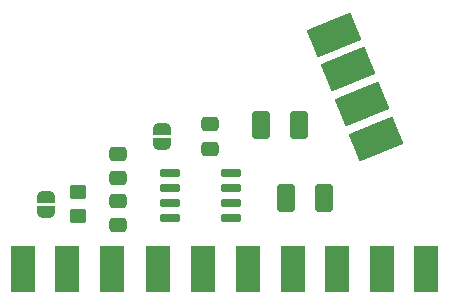
<source format=gbr>
%TF.GenerationSoftware,KiCad,Pcbnew,8.0.0*%
%TF.CreationDate,2025-10-26T17:29:43+03:00*%
%TF.ProjectId,SCART_Cable_Breakout,53434152-545f-4436-9162-6c655f427265,rev?*%
%TF.SameCoordinates,Original*%
%TF.FileFunction,Soldermask,Bot*%
%TF.FilePolarity,Negative*%
%FSLAX46Y46*%
G04 Gerber Fmt 4.6, Leading zero omitted, Abs format (unit mm)*
G04 Created by KiCad (PCBNEW 8.0.0) date 2025-10-26 17:29:43*
%MOMM*%
%LPD*%
G01*
G04 APERTURE LIST*
G04 Aperture macros list*
%AMRoundRect*
0 Rectangle with rounded corners*
0 $1 Rounding radius*
0 $2 $3 $4 $5 $6 $7 $8 $9 X,Y pos of 4 corners*
0 Add a 4 corners polygon primitive as box body*
4,1,4,$2,$3,$4,$5,$6,$7,$8,$9,$2,$3,0*
0 Add four circle primitives for the rounded corners*
1,1,$1+$1,$2,$3*
1,1,$1+$1,$4,$5*
1,1,$1+$1,$6,$7*
1,1,$1+$1,$8,$9*
0 Add four rect primitives between the rounded corners*
20,1,$1+$1,$2,$3,$4,$5,0*
20,1,$1+$1,$4,$5,$6,$7,0*
20,1,$1+$1,$6,$7,$8,$9,0*
20,1,$1+$1,$8,$9,$2,$3,0*%
%AMRotRect*
0 Rectangle, with rotation*
0 The origin of the aperture is its center*
0 $1 length*
0 $2 width*
0 $3 Rotation angle, in degrees counterclockwise*
0 Add horizontal line*
21,1,$1,$2,0,0,$3*%
%AMFreePoly0*
4,1,19,0.500000,-0.750000,0.000000,-0.750000,0.000000,-0.744911,-0.071157,-0.744911,-0.207708,-0.704816,-0.327430,-0.627875,-0.420627,-0.520320,-0.479746,-0.390866,-0.500000,-0.250000,-0.500000,0.250000,-0.479746,0.390866,-0.420627,0.520320,-0.327430,0.627875,-0.207708,0.704816,-0.071157,0.744911,0.000000,0.744911,0.000000,0.750000,0.500000,0.750000,0.500000,-0.750000,0.500000,-0.750000,
$1*%
%AMFreePoly1*
4,1,19,0.000000,0.744911,0.071157,0.744911,0.207708,0.704816,0.327430,0.627875,0.420627,0.520320,0.479746,0.390866,0.500000,0.250000,0.500000,-0.250000,0.479746,-0.390866,0.420627,-0.520320,0.327430,-0.627875,0.207708,-0.704816,0.071157,-0.744911,0.000000,-0.744911,0.000000,-0.750000,-0.500000,-0.750000,-0.500000,0.750000,0.000000,0.750000,0.000000,0.744911,0.000000,0.744911,
$1*%
G04 Aperture macros list end*
%ADD10R,2.000000X4.000000*%
%ADD11RotRect,4.000000X2.500000X202.300000*%
%ADD12FreePoly0,270.000000*%
%ADD13FreePoly1,270.000000*%
%ADD14FreePoly0,90.000000*%
%ADD15FreePoly1,90.000000*%
%ADD16RoundRect,0.250000X0.475000X-0.337500X0.475000X0.337500X-0.475000X0.337500X-0.475000X-0.337500X0*%
%ADD17RoundRect,0.250001X-0.499999X-0.924999X0.499999X-0.924999X0.499999X0.924999X-0.499999X0.924999X0*%
%ADD18RoundRect,0.250000X0.450000X-0.350000X0.450000X0.350000X-0.450000X0.350000X-0.450000X-0.350000X0*%
%ADD19RoundRect,0.150000X-0.725000X-0.150000X0.725000X-0.150000X0.725000X0.150000X-0.725000X0.150000X0*%
G04 APERTURE END LIST*
D10*
%TO.C,J1*%
X109600000Y-101250000D03*
X105800000Y-101250000D03*
X102000000Y-101250000D03*
X98290000Y-101250000D03*
X94490000Y-101250000D03*
X90690000Y-101250000D03*
X86890000Y-101250000D03*
X83000000Y-101250000D03*
X79200000Y-101250000D03*
X75400000Y-101250000D03*
%TD*%
D11*
%TO.C,J2*%
X101741892Y-81397260D03*
X102918205Y-84265409D03*
X104132466Y-87226079D03*
X105346724Y-90186752D03*
%TD*%
D12*
%TO.C,JP4*%
X77400000Y-95100000D03*
D13*
X77400000Y-96400000D03*
%TD*%
D14*
%TO.C,JP5*%
X87250000Y-90650000D03*
D15*
X87250000Y-89350000D03*
%TD*%
D16*
%TO.C,C5*%
X83500000Y-93537500D03*
X83500000Y-91462500D03*
%TD*%
D17*
%TO.C,C7*%
X95575000Y-89000000D03*
X98825000Y-89000000D03*
%TD*%
D16*
%TO.C,C4*%
X83500000Y-97537500D03*
X83500000Y-95462500D03*
%TD*%
%TO.C,C6*%
X91250000Y-91037500D03*
X91250000Y-88962500D03*
%TD*%
D18*
%TO.C,R1*%
X80100000Y-96750000D03*
X80100000Y-94750000D03*
%TD*%
D17*
%TO.C,C8*%
X97675000Y-95250000D03*
X100925000Y-95250000D03*
%TD*%
D19*
%TO.C,U1*%
X87925000Y-96905000D03*
X87925000Y-95635000D03*
X87925000Y-94365000D03*
X87925000Y-93095000D03*
X93075000Y-93095000D03*
X93075000Y-94365000D03*
X93075000Y-95635000D03*
X93075000Y-96905000D03*
%TD*%
M02*

</source>
